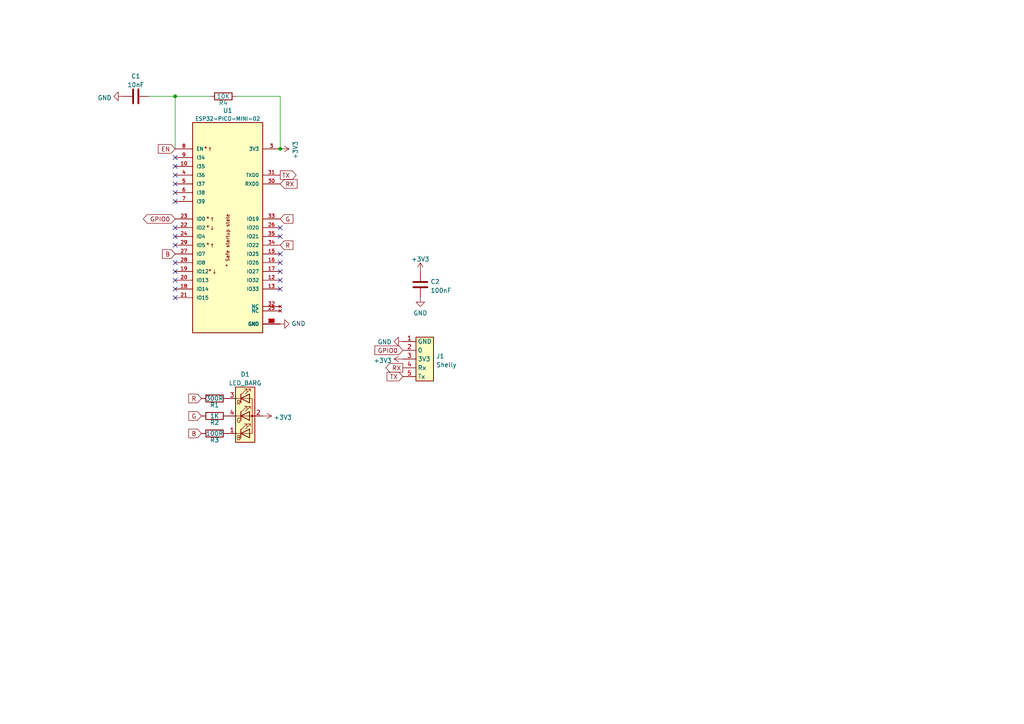
<source format=kicad_sch>
(kicad_sch (version 20211123) (generator eeschema)
  (paper "A4")
  (title_block (title "Generic ESP32-PICO-MINI module") (date "${DATE}") (rev "1") (comment 1 "@TheRealRevK") (comment 2 "www.me.uk"))
  (lib_symbols
    (symbol "Device:C" (pin_numbers hide) (pin_names (offset 0.254))
      (property "Reference" "C" (at 0.635 2.54 0))
      (property "Value" "C" (at 0.635 -2.54 0))
      (symbol "C_0_1"
        (polyline (pts (xy -2.032 -0.762) (xy 2.032 -0.762)) (stroke (width 0.508)))
        (polyline (pts (xy -2.032 0.762) (xy 2.032 0.762)) (stroke (width 0.508)))
      )
      (symbol "C_1_1"
        (pin passive line (at 0 3.81 270) (length 2.794) (name "~") (number "1"))
        (pin passive line (at 0 -3.81 90) (length 2.794) (name "~") (number "2"))
      )
    )
    (symbol "Device:LED_BARG" (pin_names (offset 0) hide)
      (property "Reference" "D" (at 0 9.398 0))
      (property "Value" "LED_BARG" (at 0 -8.89 0))
      (symbol "LED_BARG_0_0"
        (text "B" (at -1.905 -6.35 0) (effects (font (size 1.27 1.27))))
        (text "G" (at -1.905 -1.27 0) (effects (font (size 1.27 1.27))))
        (text "R" (at -1.905 3.81 0) (effects (font (size 1.27 1.27))))
      )
      (symbol "LED_BARG_0_1"
        (polyline (pts (xy -1.27 -5.08) (xy -2.54 -5.08)))
        (polyline (pts (xy -1.27 -5.08) (xy 1.27 -5.08)))
        (polyline (pts (xy -1.27 -3.81) (xy -1.27 -6.35)) (stroke (width 0.254)))
        (polyline (pts (xy -1.27 0) (xy -2.54 0)))
        (polyline (pts (xy -1.27 1.27) (xy -1.27 -1.27)) (stroke (width 0.254)))
        (polyline (pts (xy -1.27 5.08) (xy -2.54 5.08)))
        (polyline (pts (xy -1.27 5.08) (xy 1.27 5.08)))
        (polyline (pts (xy -1.27 6.35) (xy -1.27 3.81)) (stroke (width 0.254)))
        (polyline (pts (xy 1.27 0) (xy -1.27 0)))
        (polyline (pts (xy 1.27 0) (xy 2.54 0)))
        (polyline (pts (xy -1.27 1.27) (xy -1.27 -1.27) (xy -1.27 -1.27)))
        (polyline (pts (xy -1.27 6.35) (xy -1.27 3.81) (xy -1.27 3.81)))
        (polyline (pts (xy 1.27 -5.08) (xy 2.032 -5.08) (xy 2.032 5.08) (xy 1.27 5.08)))
        (polyline (pts (xy 1.27 -3.81) (xy 1.27 -6.35) (xy -1.27 -5.08) (xy 1.27 -3.81)) (stroke (width 0.254)))
        (polyline (pts (xy 1.27 1.27) (xy 1.27 -1.27) (xy -1.27 0) (xy 1.27 1.27)) (stroke (width 0.254)))
        (polyline (pts (xy 1.27 6.35) (xy 1.27 3.81) (xy -1.27 5.08) (xy 1.27 6.35)) (stroke (width 0.254)))
        (polyline (pts (xy -1.016 -3.81) (xy 0.508 -2.286) (xy -0.254 -2.286) (xy 0.508 -2.286) (xy 0.508 -3.048)))
        (polyline (pts (xy -1.016 1.27) (xy 0.508 2.794) (xy -0.254 2.794) (xy 0.508 2.794) (xy 0.508 2.032)))
        (polyline (pts (xy -1.016 6.35) (xy 0.508 7.874) (xy -0.254 7.874) (xy 0.508 7.874) (xy 0.508 7.112)))
        (polyline (pts (xy 0 -3.81) (xy 1.524 -2.286) (xy 0.762 -2.286) (xy 1.524 -2.286) (xy 1.524 -3.048)))
        (polyline (pts (xy 0 1.27) (xy 1.524 2.794) (xy 0.762 2.794) (xy 1.524 2.794) (xy 1.524 2.032)))
        (polyline (pts (xy 0 6.35) (xy 1.524 7.874) (xy 0.762 7.874) (xy 1.524 7.874) (xy 1.524 7.112)))
        (rectangle (start 1.27 -1.27) (end 1.27 1.27))
        (rectangle (start 1.27 1.27) (end 1.27 1.27))
        (rectangle (start 1.27 3.81) (end 1.27 6.35))
        (rectangle (start 1.27 6.35) (end 1.27 6.35))
        (circle (center 2.032 0) (radius 0.254) (fill (type outline)))
        (rectangle (start 2.794 8.382) (end -2.794 -7.62) (stroke (width 0.254)) (fill (type background)))
      )
      (symbol "LED_BARG_1_1"
        (pin passive line (at -5.08 -5.08 0) (length 2.54) (name "BK") (number "1"))
        (pin passive line (at 5.08 0 180) (length 2.54) (name "A") (number "2"))
        (pin passive line (at -5.08 5.08 0) (length 2.54) (name "RK") (number "3"))
        (pin passive line (at -5.08 0 0) (length 2.54) (name "GK") (number "4"))
      )
    )
    (symbol "Device:R" (pin_numbers hide) (pin_names (offset 0))
      (property "Reference" "R" (at 2.032 0 90))
      (property "Value" "R" (at 0 0 90))
      (symbol "R_0_1"
        (rectangle (start -1.016 -2.54) (end 1.016 2.54) (stroke (width 0.254)))
      )
      (symbol "R_1_1"
        (pin passive line (at 0 3.81 270) (length 1.27) (name "~") (number "1"))
        (pin passive line (at 0 -3.81 90) (length 1.27) (name "~") (number "2"))
      )
    )
    (symbol "RevK:ESP32-PICO-MINI-02" (pin_names (offset 1.016))
      (property "Reference" "U" (at -10.16 -33.02 0))
      (property "Value" "ESP32-PICO-MINI-02" (at 0 27.94 0))
      (symbol "ESP32-PICO-MINI-02_0_0"
        (rectangle (start -10.16 -30.48) (end 10.16 30.48) (stroke (width 0.254)) (fill (type background)))
        (text "* Safe startup state" (at 0 -11.43 900) (effects (font (size 1 1)) (justify left)))
        (text "*↑" (at -6.985 22.86 0) (effects (font (size 1.27 1.27)) (justify left)))
        (text "*↑" (at -6.35 -5.08 0) (effects (font (size 1.27 1.27)) (justify left)))
        (text "*↑" (at -6.35 2.54 0) (effects (font (size 1.27 1.27)) (justify left)))
        (text "*↓" (at -6.35 0 0) (effects (font (size 1.27 1.27)) (justify left)))
        (text "*↓" (at -5.715 -12.7 0) (effects (font (size 1.27 1.27)) (justify left)))
        (pin power_in line (at 15.24 -27.94 180) (length 5.08) (name "GND") (number "1"))
        (pin input line (at -15.24 17.78 0) (length 5.08) (name "I35") (number "10"))
        (pin power_in line (at 15.24 -27.94 180) (length 5.08) (name "GND") (number "11"))
        (pin bidirectional line (at 15.24 -15.24 180) (length 5.08) (name "IO32") (number "12"))
        (pin bidirectional line (at 15.24 -17.78 180) (length 5.08) (name "IO33") (number "13"))
        (pin power_in line (at 15.24 -27.94 180) (length 5.08) (name "GND") (number "14"))
        (pin bidirectional line (at 15.24 -7.62 180) (length 5.08) (name "IO25") (number "15"))
        (pin bidirectional line (at 15.24 -10.16 180) (length 5.08) (name "IO26") (number "16"))
        (pin bidirectional line (at 15.24 -12.7 180) (length 5.08) (name "IO27") (number "17"))
        (pin bidirectional line (at -15.24 -17.78 0) (length 5.08) (name "IO14") (number "18"))
        (pin bidirectional line (at -15.24 -12.7 0) (length 5.08) (name "IO12") (number "19"))
        (pin power_in line (at 15.24 -27.94 180) (length 5.08) (name "GND") (number "2"))
        (pin bidirectional line (at -15.24 -15.24 0) (length 5.08) (name "IO13") (number "20"))
        (pin bidirectional line (at -15.24 -20.32 0) (length 5.08) (name "IO15") (number "21"))
        (pin bidirectional line (at -15.24 0 0) (length 5.08) (name "IO2") (number "22"))
        (pin bidirectional line (at -15.24 2.54 0) (length 5.08) (name "IO0") (number "23"))
        (pin bidirectional line (at -15.24 -2.54 0) (length 5.08) (name "IO4") (number "24"))
        (pin no_connect line (at 15.24 -24.13 180) (length 5.08) (name "NC") (number "25"))
        (pin bidirectional line (at 15.24 0 180) (length 5.08) (name "IO20") (number "26"))
        (pin bidirectional line (at -15.24 -7.62 0) (length 5.08) (name "IO7") (number "27"))
        (pin bidirectional line (at -15.24 -10.16 0) (length 5.08) (name "IO8") (number "28"))
        (pin bidirectional line (at -15.24 -5.08 0) (length 5.08) (name "IO5") (number "29"))
        (pin power_in line (at 15.24 22.86 180) (length 5.08) (name "3V3") (number "3"))
        (pin bidirectional line (at 15.24 12.7 180) (length 5.08) (name "RXD0") (number "30"))
        (pin bidirectional line (at 15.24 15.24 180) (length 5.08) (name "TXD0") (number "31"))
        (pin no_connect line (at 15.24 -22.86 180) (length 5.08) (name "NC") (number "32"))
        (pin bidirectional line (at 15.24 2.54 180) (length 5.08) (name "IO19") (number "33"))
        (pin bidirectional line (at 15.24 -5.08 180) (length 5.08) (name "IO22") (number "34"))
        (pin bidirectional line (at 15.24 -2.54 180) (length 5.08) (name "IO21") (number "35"))
        (pin power_in line (at 15.24 -27.94 180) (length 5.08) (name "GND") (number "36"))
        (pin power_in line (at 15.24 -27.94 180) (length 5.08) (name "GND") (number "37"))
        (pin power_in line (at 15.24 -27.94 180) (length 5.08) (name "GND") (number "38"))
        (pin power_in line (at 15.24 -27.94 180) (length 5.08) (name "GND") (number "39"))
        (pin input line (at -15.24 15.24 0) (length 5.08) (name "I36") (number "4"))
        (pin power_in line (at 15.24 -27.94 180) (length 5.08) (name "GND") (number "40"))
        (pin power_in line (at 15.24 -27.94 180) (length 5.08) (name "GND") (number "41"))
        (pin power_in line (at 15.24 -27.94 180) (length 5.08) (name "GND") (number "42"))
        (pin power_in line (at 15.24 -27.94 180) (length 5.08) (name "GND") (number "43"))
        (pin power_in line (at 15.24 -27.94 180) (length 5.08) (name "GND") (number "44"))
        (pin power_in line (at 15.24 -27.94 180) (length 5.08) (name "GND") (number "45"))
        (pin power_in line (at 15.24 -27.94 180) (length 5.08) (name "GND") (number "46"))
        (pin power_in line (at 15.24 -27.94 180) (length 5.08) (name "GND") (number "47"))
        (pin power_in line (at 15.24 -27.94 180) (length 5.08) (name "GND") (number "48"))
        (pin power_in line (at 15.24 -27.94 180) (length 5.08) (name "GND") (number "49"))
        (pin input line (at -15.24 12.7 0) (length 5.08) (name "I37") (number "5"))
        (pin power_in line (at 15.24 -27.94 180) (length 5.08) (name "GND") (number "50"))
        (pin power_in line (at 15.24 -27.94 180) (length 5.08) (name "GND") (number "51"))
        (pin power_in line (at 15.24 -27.94 180) (length 5.08) (name "GND") (number "52"))
        (pin power_in line (at 15.24 -27.94 180) (length 5.08) (name "GND") (number "53"))
        (pin input line (at -15.24 10.16 0) (length 5.08) (name "I38") (number "6"))
        (pin input line (at -15.24 7.62 0) (length 5.08) (name "I39") (number "7"))
        (pin input line (at -15.24 22.86 0) (length 5.08) (name "EN") (number "8"))
        (pin input line (at -15.24 20.32 0) (length 5.08) (name "I34") (number "9"))
      )
    )
    (symbol "RevK:Shelly"
      (property "Reference" "J" (at 0 -8.89 0))
      (property "Value" "Shelly" (at 0 8.89 0))
      (symbol "Shelly_1_1"
        (rectangle (start -1.27 6.35) (end 3.81 -6.35) (stroke (width 0.254)) (fill (type background)))
        (pin power_in line (at -5.08 5.08 0) (length 3.81) (name "GND") (number "1"))
        (pin output line (at -5.08 2.54 0) (length 3.81) (name "0") (number "2"))
        (pin power_out line (at -5.08 0 0) (length 3.81) (name "3V3") (number "3"))
        (pin output line (at -5.08 -2.54 0) (length 3.81) (name "Rx") (number "4"))
        (pin input line (at -5.08 -5.08 0) (length 3.81) (name "Tx") (number "5"))
      )
    )
    (symbol "power:+3.3V" (power) (pin_names (offset 0))
      (property "Value" "+3.3V" (at 0 3.556 0))
      (symbol "+3.3V_0_1"
        (polyline (pts (xy -0.762 1.27) (xy 0 2.54)))
        (polyline (pts (xy 0 0) (xy 0 2.54)))
        (polyline (pts (xy 0 2.54) (xy 0.762 1.27)))
      )
      (symbol "+3.3V_1_1"
        (pin power_in line (at 0 0 90) (length 0) hide (name "+3V3") (number "1"))
      )
    )
    (symbol "power:GND" (power) (pin_names (offset 0))
      (property "Value" "GND" (at 0 -3.81 0))
      (symbol "GND_0_1"
        (polyline (pts (xy 0 0) (xy 0 -1.27) (xy 1.27 -1.27) (xy 0 -2.54) (xy -1.27 -1.27) (xy 0 -1.27)))
      )
      (symbol "GND_1_1"
        (pin power_in line (at 0 0 270) (length 0) hide (name "GND") (number "1"))
      )
    )
  )
  (junction (at 81.28 43.18))
  (junction (at 50.8 27.94))
  (no_connect (at 50.8 68.58))
  (no_connect (at 50.8 83.82))
  (no_connect (at 50.8 86.36))
  (no_connect (at 81.28 78.74))
  (no_connect (at 81.28 76.2))
  (no_connect (at 81.28 73.66))
  (no_connect (at 81.28 66.04))
  (no_connect (at 50.8 76.2))
  (no_connect (at 50.8 81.28))
  (no_connect (at 50.8 45.72))
  (no_connect (at 50.8 48.26))
  (no_connect (at 50.8 50.8))
  (no_connect (at 50.8 53.34))
  (no_connect (at 50.8 55.88))
  (no_connect (at 50.8 58.42))
  (no_connect (at 50.8 66.04))
  (no_connect (at 50.8 71.12))
  (no_connect (at 50.8 78.74))
  (no_connect (at 81.28 68.58))
  (no_connect (at 81.28 81.28))
  (no_connect (at 81.28 83.82))
  (wire (pts (xy 43.18 27.94) (xy 50.8 27.94)))
  (wire (pts (xy 50.8 43.18) (xy 50.8 27.94)))
  (wire (pts (xy 81.28 27.94) (xy 81.28 43.18)))
  (wire (pts (xy 50.8 27.94) (xy 60.96 27.94)))
  (wire (pts (xy 68.58 27.94) (xy 81.28 27.94)))
  (global_label "GPIO0" (shape input) (at 116.84 101.6 180) (property "Intersheet References" "${INTERSHEET_REFS}" (effects hide)))
  (global_label "G" (shape input) (at 58.42 120.65 180) (property "Intersheet References" "${INTERSHEET_REFS}" (effects hide)))
  (global_label "R" (shape input) (at 58.42 115.57 180) (property "Intersheet References" "${INTERSHEET_REFS}" (effects hide)))
  (global_label "G" (shape input) (at 81.28 63.5 0) (property "Intersheet References" "${INTERSHEET_REFS}" (effects hide)))
  (global_label "R" (shape input) (at 81.28 71.12 0) (property "Intersheet References" "${INTERSHEET_REFS}" (effects hide)))
  (global_label "EN" (shape input) (at 50.8 43.18 180) (property "Intersheet References" "${INTERSHEET_REFS}" (effects hide)))
  (global_label "B" (shape input) (at 58.42 125.73 180) (property "Intersheet References" "${INTERSHEET_REFS}" (effects hide)))
  (global_label "RX" (shape input) (at 81.28 53.34 0) (property "Intersheet References" "${INTERSHEET_REFS}" (effects hide)))
  (global_label "GPIO0" (shape bidirectional) (at 50.8 63.5 180) (property "Intersheet References" "${INTERSHEET_REFS}" (effects hide)))
  (global_label "TX" (shape input) (at 116.84 109.22 180) (property "Intersheet References" "${INTERSHEET_REFS}" (effects hide)))
  (global_label "TX" (shape output) (at 81.28 50.8 0) (property "Intersheet References" "${INTERSHEET_REFS}" (effects hide)))
  (global_label "RX" (shape output) (at 116.84 106.68 180) (property "Intersheet References" "${INTERSHEET_REFS}" (effects hide)))
  (global_label "B" (shape input) (at 50.8 73.66 180) (property "Intersheet References" "${INTERSHEET_REFS}" (effects hide)))
  (symbol (lib_id "power:+3.3V") (at 81.28 43.18 270) (unit 1)
    (property "Reference" "#PWR03" (effects hide))
    (property "Value" "+3.3V" (at 85.6742 43.561 0))
  )
  (symbol (lib_id "power:GND") (at 81.28 93.98 90) (unit 1)
    (property "Reference" "#PWR04" (effects hide))
    (property "Value" "GND" (at 84.5312 93.853 90) (effects (justify right)))
  )
  (symbol (lib_id "RevK:Shelly") (at 121.92 104.14 0) (unit 1)
    (property "Reference" "J1" (at 126.492 103.3053 0) (effects (justify left)))
    (property "Value" "Shelly" (at 126.492 105.8422 0) (effects (justify left)))
    (property "Footprint" "RevK:Shelly" (effects hide))
  )
  (symbol (lib_id "power:+3.3V") (at 76.2 120.65 270) (unit 1)
    (property "Reference" "#PWR0101" (effects hide))
    (property "Value" "+3.3V" (at 79.375 121.0838 90) (effects (justify left)))
  )
  (symbol (lib_id "Device:R") (at 64.77 27.94 270) (unit 1)
    (property "Reference" "R4" (at 64.77 29.845 90))
    (property "Value" "10K" (at 64.77 27.94 90))
    (property "Footprint" "RevK:Pad_0603_Bridged" (effects hide))
  )
  (symbol (lib_id "Device:C") (at 121.92 82.55 0) (unit 1)
    (property "Reference" "C2" (at 124.841 81.7153 0) (effects (justify left)))
    (property "Value" "100nF" (at 124.841 84.2522 0) (effects (justify left)))
    (property "Footprint" "RevK:C_0603" (effects hide))
  )
  (symbol (lib_id "Device:R") (at 62.23 125.73 270) (unit 1)
    (property "Reference" "R3" (at 62.23 127.635 90))
    (property "Value" "100R" (at 62.23 125.73 90))
    (property "Footprint" "RevK:R_0603" (effects hide))
    (property "Part No" "0603-220R" (effects hide))
  )
  (symbol (lib_id "RevK:ESP32-PICO-MINI-02") (at 66.04 66.04 0) (unit 1)
    (property "Reference" "U1" (at 66.04 32.0498 0))
    (property "Value" "ESP32-PICO-MINI-02" (at 66.04 34.4339 0) (effects (font (size 1.1 1.1))))
    (property "Footprint" "RevK:ESP32-PICO-MINI-02" (effects hide))
    (property "MANUFACTURER" "Espressif" (effects hide))
    (property "MAXIMUM_PACKAGE_HEIGHT" "2.55mm" (effects hide))
    (property "PARTREV" "v1.0" (effects hide))
    (property "STANDARD" "Manufacturer Recommendations" (effects hide))
  )
  (symbol (lib_id "Device:LED_BARG") (at 71.12 120.65 0) (unit 1)
    (property "Reference" "D1" (at 71.12 108.5682 0))
    (property "Value" "LED_BARG" (at 71.12 111.1051 0))
    (property "Footprint" "RevK:MHS190RGBCT" (effects hide))
    (property "LCSC Part #" "C409798" (effects hide))
  )
  (symbol (lib_id "Device:R") (at 62.23 115.57 270) (unit 1)
    (property "Reference" "R1" (at 62.23 117.475 90))
    (property "Value" "300R" (at 62.23 115.57 90))
    (property "Footprint" "RevK:R_0603" (effects hide))
    (property "Part No" "0603-680R" (effects hide))
  )
  (symbol (lib_id "power:GND") (at 116.84 99.06 270) (unit 1)
    (property "Reference" "#PWR05" (effects hide))
    (property "Value" "GND" (at 113.5888 99.187 90) (effects (justify right)))
  )
  (symbol (lib_id "power:+3.3V") (at 116.84 104.14 90) (unit 1)
    (property "Reference" "#PWR06" (effects hide))
    (property "Value" "+3.3V" (at 113.665 104.5738 90) (effects (justify left)))
  )
  (symbol (lib_id "Device:R") (at 62.23 120.65 270) (unit 1)
    (property "Reference" "R2" (at 62.23 122.555 90))
    (property "Value" "1K" (at 62.23 120.65 90))
    (property "Footprint" "RevK:R_0603" (effects hide))
    (property "Part No" "0603-2K" (effects hide))
  )
  (symbol (lib_id "Device:C") (at 39.37 27.94 90) (unit 1)
    (property "Reference" "C1" (at 39.37 22.0812 90))
    (property "Value" "10nF" (at 39.37 24.6181 90))
    (property "Footprint" "RevK:C_0603" (effects hide))
  )
  (symbol (lib_id "power:+3.3V") (at 121.92 78.74 0) (unit 1)
    (property "Reference" "#PWR07" (effects hide))
    (property "Value" "+3.3V" (at 121.92 75.1642 0))
  )
  (symbol (lib_id "power:GND") (at 35.56 27.94 270) (unit 1)
    (property "Reference" "#PWR01" (effects hide))
    (property "Value" "GND" (at 32.3851 28.3738 90) (effects (justify right)))
  )
  (symbol (lib_id "power:GND") (at 121.92 86.36 0) (unit 1)
    (property "Reference" "#PWR08" (effects hide))
    (property "Value" "GND" (at 121.92 90.8034 0))
  )
)
</source>
